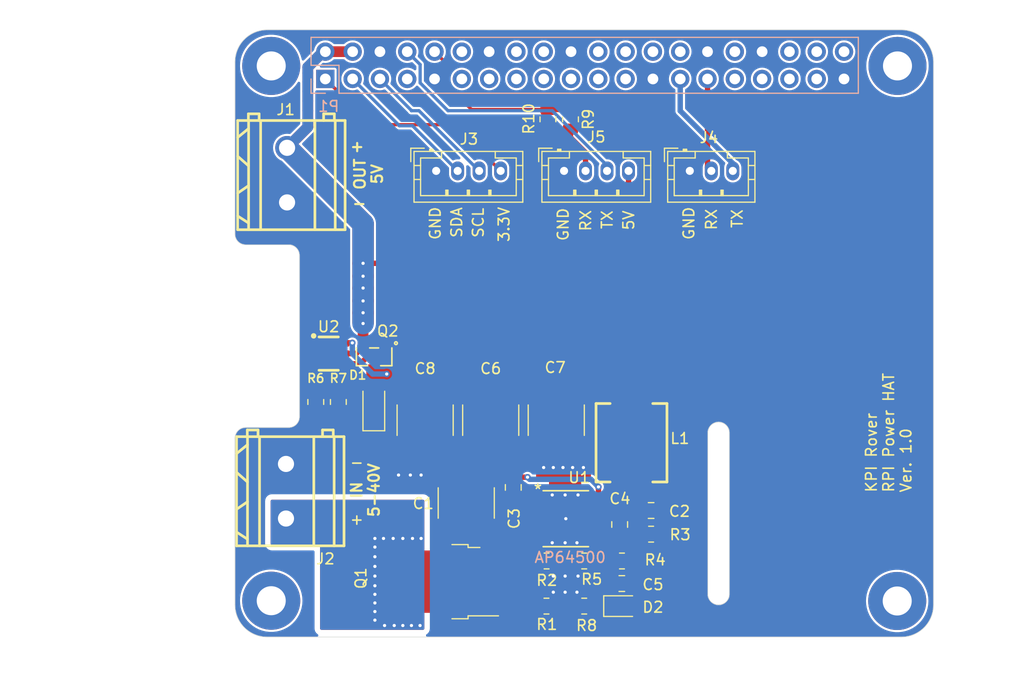
<source format=kicad_pcb>
(kicad_pcb (version 20240108) (generator "pcbnew") (generator_version "8.0")
  (layers (0 "F.Cu" signal) (31 "B.Cu" signal) (34 "B.Paste" user) (35 "F.Paste" user) (36 "B.SilkS" user "B.Silkscreen") (37 "F.SilkS" user "F.Silkscreen") (38 "B.Mask" user) (39 "F.Mask" user) (44 "Edge.Cuts" user))
  (net 0 "")
  (net 1 "GND")
  (net 2 "Net-(C2-Pad1)")
  (net 3 "Net-(Q1-S)")
  (net 4 "Net-(U1-BST)")
  (net 5 "Net-(U1-SW)")
  (net 6 "+5VD")
  (net 7 "Net-(U1-COMP)")
  (net 8 "Net-(U1-FB)")
  (net 9 "+5V")
  (net 10 "VCC")
  (net 11 "/GPIO2(I2C1_SDA)")
  (net 12 "/GPIO3(I2C1_SCL)")
  (net 13 "+3.3V")
  (net 14 "/GPIO5(UART1_RX)")
  (net 15 "/GPIO0(UART1_TX)")
  (net 16 "Net-(D2-K)")
  (net 17 "/GPIO14(UART0_TX)")
  (net 18 "/GPIO4(GPCLK0)")
  (net 19 "/GPIO15(UART0_RX)")
  (net 20 "/GPIO17")
  (net 21 "/GPIO18(PCM_CLK)")
  (net 22 "/GPIO27")
  (net 23 "/GPIO22")
  (net 24 "/GPIO23")
  (net 25 "/GPIO24")
  (net 26 "/GPIO10(SPI0_MOSI)")
  (net 27 "/GPIO9(SPI0_MISO)")
  (net 28 "/GPIO25(GEN6)")
  (net 29 "/GPIO11(SPI0_SCLK)")
  (net 30 "/GPIO8(SPI0_CE0)")
  (net 31 "/GPIO7(SPI0_CE1)")
  (net 32 "/GPIO1(EEPROM_SCL)")
  (net 33 "/GPIO6")
  (net 34 "/GPIO12(PWM0)")
  (net 35 "/GPIO13(PWM1)")
  (net 36 "/GPIO19(PCM_FS)")
  (net 37 "/GPIO16")
  (net 38 "/GPIO26")
  (net 39 "/GPIO20(PCM_DIN)")
  (net 40 "/GPIO21(PCM_DOUT)")
  (net 41 "Net-(J5-Pin_2)")
  (net 42 "Net-(Q1-G)")
  (net 43 "Net-(U2-C2)")
  (net 44 "Net-(U1-RT{slash}CLK)")
  (net 45 "Net-(U2-B1)")
  (footprint "Package_TO_SOT_SMD:TO-252-2" (layer "F.Cu") (at 155.9 107.22 180)
    (property "Reference" "Q1" (at 7.5 0.32 90) (layer "F.SilkS"))
    (property "Value" "SUD50P10-43L-TP")
    (pad "1" smd rect (at -4.2 -2.28 180) (size 2.2 1.2) (layers "F.Cu" "F.Paste" "F.Mask") (net 42 "Net-(Q1-G)"))
    (pad "2" smd rect (at 2.1 0 180) (size 6.4 5.8) (layers "F.Cu" "F.Mask") (net 10 "VCC"))
    (pad "3" smd rect (at -4.2 2.28 180) (size 2.2 1.2) (layers "F.Cu" "F.Paste" "F.Mask") (net 3 "Net-(Q1-S)"))
  )
  (footprint "Resistor_SMD:R_0805_2012Metric" (layer "F.Cu") (at 165.675 105.295)
    (property "Reference" "R2" (at 0.025 1.805 0) (layer "F.SilkS"))
    (property "Value" "200k")
    (pad "1" smd roundrect (at -0.9125 0) (size 1.025 1.4) (layers "F.Cu" "F.Paste" "F.Mask") (roundrect_rratio 0.243902) (net 44 "Net-(U1-RT{slash}CLK)"))
    (pad "2" smd roundrect (at 0.9125 0) (size 1.025 1.4) (layers "F.Cu" "F.Paste" "F.Mask") (roundrect_rratio 0.243902) (net 1 "GND"))
  )
  (footprint "Capacitor_SMD:C_0805_2012Metric" (layer "F.Cu") (at 172.675 107.395 180)
    (property "Reference" "C5" (at -2.9 -0.1 180) (layer "F.SilkS"))
    (property "Value" "47pF")
    (pad "1" smd roundrect (at -0.95 0 180) (size 1 1.45) (layers "F.Cu" "F.Paste" "F.Mask") (net 6 "+5VD"))
    (pad "2" smd roundrect (at 0.95 0 180) (size 1 1.45) (layers "F.Cu" "F.Paste" "F.Mask") (net 8 "Net-(U1-FB)"))
  )
  (footprint "DMMT5401easyeda:SOT-23-6_L2.9-W1.6-P0.95-LS2.8-BR" (layer "F.Cu") (at 145.4 86 180)
    (property "Reference" "U2" (at 0 2.5 180) (layer "F.SilkS"))
    (property "Value" "DMMT5401")
    (pad "1" smd rect (at 1.35 0.95 180) (size 1.1 0.6) (layers "F.Cu" "F.Paste" "F.Mask") (net 45 "Net-(U2-B1)"))
    (pad "2" smd rect (at 1.35 0 180) (size 1.1 0.6) (layers "F.Cu" "F.Paste" "F.Mask") (net 45 "Net-(U2-B1)"))
    (pad "3" smd rect (at 1.35 -0.95 180) (size 1.1 0.6) (layers "F.Cu" "F.Paste" "F.Mask") (net 45 "Net-(U2-B1)"))
    (pad "4" smd rect (at -1.35 -0.95 180) (size 1.1 0.6) (layers "F.Cu" "F.Paste" "F.Mask") (net 43 "Net-(U2-C2)"))
    (pad "5" smd rect (at -1.35 0 180) (size 1.1 0.6) (layers "F.Cu" "F.Paste" "F.Mask") (net 9 "+5V"))
    (pad "6" smd rect (at -1.35 0.95 180) (size 1.1 0.6) (layers "F.Cu" "F.Paste" "F.Mask") (net 6 "+5VD"))
  )
  (footprint "Resistor_SMD:R_0805_2012Metric" (layer "F.Cu") (at 144.2 90.5 90)
    (property "Reference" "R6" (at 2.2 0 180) (layer "F.SilkS") (effects (font (size 0.8128 0.8128) (thickness 0.1524) (bold yes))))
    (property "Value" "10k")
    (pad "1" smd roundrect (at -0.9125 0 90) (size 1.025 1.4) (layers "F.Cu" "F.Paste" "F.Mask") (roundrect_rratio 0.243902) (net 1 "GND"))
    (pad "2" smd roundrect (at 0.9125 0 90) (size 1.025 1.4) (layers "F.Cu" "F.Paste" "F.Mask") (roundrect_rratio 0.243902) (net 45 "Net-(U2-B1)"))
  )
  (footprint "ultralibDMG2305UX:DMG2305UX-7" (layer "F.Cu") (at 149.6285 86.3 180)
    (property "Reference" "Q2" (at -1.2715 2.4 180) (layer "F.SilkS"))
    (property "Value" "DMG2305UX" (hide yes))
    (pad "1" smd rect (at -1.024999 0.944999 180) (size 0.8128 0.889) (layers "F.Cu" "F.Paste" "F.Mask") (net 43 "Net-(U2-C2)"))
    (pad "2" smd rect (at 1.024999 0.944999 180) (size 0.8128 0.889) (layers "F.Cu" "F.Paste" "F.Mask") (net 9 "+5V"))
    (pad "3" smd rect (at 0 -0.945 180) (size 0.8128 0.889) (layers "F.Cu" "F.Paste" "F.Mask") (net 6 "+5VD"))
  )
  (footprint "Capacitor_SMD:C_2220_5750Metric" (layer "F.Cu") (at 154.375 92.195 -90)
    (property "Reference" "C8" (at -4.8 0 180) (layer "F.SilkS"))
    (property "Value" "22 uF")
    (pad "1" smd roundrect (at -2.55 0 270) (size 1.8 5.4) (layers "F.Cu" "F.Paste" "F.Mask") (roundrect_rratio 0.138889) (net 6 "+5VD"))
    (pad "2" smd roundrect (at 2.55 0 270) (size 1.8 5.4) (layers "F.Cu" "F.Paste" "F.Mask") (roundrect_rratio 0.138889) (net 1 "GND"))
  )
  (footprint "Connector_JST:JST_PH_B3B-PH-K_1x03_P2.00mm_Vertical" (layer "F.Cu") (at 179 69)
    (property "Reference" "J4" (at 1.778 -3.0988 180) (layer "F.SilkS"))
    (property "Value" "Conn_01x03_Male")
    (pad "1" thru_hole roundrect (at 0 0) (size 1.2 1.75) (drill 0.75) (layers "*.Cu" "*.Mask") (roundrect_rratio 0.208333) (net 1 "GND"))
    (pad "2" thru_hole oval (at 2 0) (size 1.2 1.75) (drill 0.75) (layers "*.Cu" "*.Mask") (net 14 "/GPIO5(UART1_RX)"))
    (pad "3" thru_hole oval (at 4 0) (size 1.2 1.75) (drill 0.75) (layers "*.Cu" "*.Mask") (net 15 "/GPIO0(UART1_TX)"))
  )
  (footprint "Capacitor_SMD:C_0805_2012Metric" (layer "F.Cu") (at 172.475 101.9 90)
    (property "Reference" "C4" (at 2.4 0.025 0) (layer "F.SilkS"))
    (property "Value" "39pF")
    (pad "1" smd roundrect (at -0.95 0 90) (size 1 1.45) (layers "F.Cu" "F.Paste" "F.Mask") (net 7 "Net-(U1-COMP)"))
    (pad "2" smd roundrect (at 0.95 0 90) (size 1 1.45) (layers "F.Cu" "F.Paste" "F.Mask") (net 1 "GND"))
  )
  (footprint "Capacitor_SMD:C_0805_2012Metric" (layer "F.Cu") (at 175.4 100.6 180)
    (property "Reference" "C2" (at -2.6416 -0.0762 0) (layer "F.SilkS"))
    (property "Value" "2.7nF")
    (pad "1" smd roundrect (at -0.95 0 180) (size 1 1.45) (layers "F.Cu" "F.Paste" "F.Mask") (net 2 "Net-(C2-Pad1)"))
    (pad "2" smd roundrect (at 0.95 0 180) (size 1 1.45) (layers "F.Cu" "F.Paste" "F.Mask") (net 1 "GND"))
  )
  (footprint "JL500-50802G01:CONN-TH_2P-P5.08_JL500-50002G01" (layer "F.Cu") (at 141.4272 98.806 90)
    (property "Reference" "J2" (at -6.294 3.6728 180) (layer "F.SilkS"))
    (property "Value" "Screw_Terminal_01x02")
    (pad "1" thru_hole circle (at -2.54 0 90) (size 2.2 2.2) (drill 1.500022) (layers "*.Cu" "*.Mask") (net 10 "VCC"))
    (pad "2" thru_hole circle (at 2.54 0 90) (size 2.2 2.2) (drill 1.500022) (layers "*.Cu" "*.Mask") (net 1 "GND"))
  )
  (footprint "MountingHole:MountingHole_2.7mm_M2.5_Pad" (layer "F.Cu") (at 140.0556 59.2328)
    (property "Reference" "MK2" (hide yes))
    (property "Value" "M2.5")
    (pad "1" thru_hole circle (at 0 0) (size 5.4 5.4) (drill 2.7) (layers "*.Cu" "*.Mask"))
  )
  (footprint "ultralibAP64500:AP64500SP-13" (layer "F.Cu") (at 167.464598 101.36)
    (property "Reference" "U1" (at 1.242 -3.8252 0) (layer "F.SilkS"))
    (property "Value" "AP64500" (at 0.4064 3.6068 0) (layer "B.SilkS"))
    (fp_text user "*" (at -2.6 -2.7 0) (layer "F.SilkS"))
    (pad "1" smd rect (at -2.689598 -1.905) (size 1.416799 0.558) (layers "F.Cu" "F.Paste" "F.Mask") (net 4 "Net-(U1-BST)"))
    (pad "2" smd rect (at -2.689598 -0.635) (size 1.416799 0.558) (layers "F.Cu" "F.Paste" "F.Mask") (net 3 "Net-(Q1-S)"))
    (pad "3" smd rect (at -2.689598 0.635) (size 1.416799 0.558) (layers "F.Cu" "F.Paste" "F.Mask") (net 3 "Net-(Q1-S)"))
    (pad "4" smd rect (at -2.689598 1.905) (size 1.416799 0.558) (layers "F.Cu" "F.Paste" "F.Mask") (net 44 "Net-(U1-RT{slash}CLK)"))
    (pad "5" smd rect (at 2.689598 1.905) (size 1.416799 0.558) (layers "F.Cu" "F.Paste" "F.Mask") (net 8 "Net-(U1-FB)"))
    (pad "6" smd rect (at 2.689598 0.635) (size 1.416799 0.558) (layers "F.Cu" "F.Paste" "F.Mask") (net 7 "Net-(U1-COMP)"))
    (pad "7" smd rect (at 2.689598 -0.635) (size 1.416799 0.558) (layers "F.Cu" "F.Paste" "F.Mask") (net 1 "GND"))
    (pad "8" smd rect (at 2.689598 -1.905) (size 1.416799 0.558) (layers "F.Cu" "F.Paste" "F.Mask") (net 5 "Net-(U1-SW)"))
    (pad "EPAD" smd rect (at 0 0) (size 2.7178 3.3528) (layers "F.Cu" "F.Paste" "F.Mask") (net 1 "GND"))
  )
  (footprint "Resistor_SMD:R_0805_2012Metric" (layer "F.Cu") (at 146.3 90.5 -90)
    (property "Reference" "R7" (at -2.2 0 180) (layer "F.SilkS") (effects (font (size 0.8128 0.8128) (thickness 0.1524) (bold yes))))
    (property "Value" "47k")
    (pad "1" smd roundrect (at -0.9125 0 270) (size 1.025 1.4) (layers "F.Cu" "F.Paste" "F.Mask") (roundrect_rratio 0.243902) (net 43 "Net-(U2-C2)"))
    (pad "2" smd roundrect (at 0.9125 0 270) (size 1.025 1.4) (layers "F.Cu" "F.Paste" "F.Mask") (roundrect_rratio 0.243902) (net 1 "GND"))
  )
  (footprint "Capacitor_SMD:C_0805_2012Metric" (layer "F.Cu") (at 162.575 98.45 90)
    (property "Reference" "C3" (at -2.9 0.075 -90) (layer "F.SilkS"))
    (property "Value" "100nF")
    (pad "1" smd roundrect (at -0.95 0 90) (size 1 1.45) (layers "F.Cu" "F.Paste" "F.Mask") (net 4 "Net-(U1-BST)"))
    (pad "2" smd roundrect (at 0.95 0 90) (size 1 1.45) (layers "F.Cu" "F.Paste" "F.Mask") (net 5 "Net-(U1-SW)"))
  )
  (footprint "Connector_JST:JST_PH_B4B-PH-K_1x04_P2.00mm_Vertical" (layer "F.Cu") (at 167.3 69)
    (property "Reference" "J5" (at 2.9972 -3.1496 180) (layer "F.SilkS"))
    (property "Value" "Conn_01x04_Male")
    (pad "1" thru_hole roundrect (at 0 0) (size 1.2 1.75) (drill 0.75) (layers "*.Cu" "*.Mask") (roundrect_rratio 0.208333) (net 1 "GND"))
    (pad "2" thru_hole oval (at 2 0) (size 1.2 1.75) (drill 0.75) (layers "*.Cu" "*.Mask") (net 41 "Net-(J5-Pin_2)"))
    (pad "3" thru_hole oval (at 4 0) (size 1.2 1.75) (drill 0.75) (layers "*.Cu" "*.Mask") (net 17 "/GPIO14(UART0_TX)"))
    (pad "4" thru_hole oval (at 6 0) (size 1.2 1.75) (drill 0.75) (layers "*.Cu" "*.Mask") (net 9 "+5V"))
  )
  (footprint "Connector_JST:JST_PH_B4B-PH-K_1x04_P2.00mm_Vertical" (layer "F.Cu") (at 155.4 69)
    (property "Reference" "J3" (at 3.0508 -2.9552 180) (layer "F.SilkS"))
    (property "Value" "Conn_01x04_Male")
    (pad "1" thru_hole roundrect (at 0 0) (size 1.2 1.75) (drill 0.75) (layers "*.Cu" "*.Mask") (roundrect_rratio 0.208333) (net 1 "GND"))
    (pad "2" thru_hole oval (at 2 0) (size 1.2 1.75) (drill 0.75) (layers "*.Cu" "*.Mask") (net 11 "/GPIO2(I2C1_SDA)"))
    (pad "3" thru_hole oval (at 4 0) (size 1.2 1.75) (drill 0.75) (layers "*.Cu" "*.Mask") (net 12 "/GPIO3(I2C1_SCL)"))
    (pad "4" thru_hole oval (at 6 0) (size 1.2 1.75) (drill 0.75) (layers "*.Cu" "*.Mask") (net 13 "+3.3V"))
  )
  (footprint "Resistor_SMD:R_0805_2012Metric" (layer "F.Cu") (at 165.8 64.2 -90)
    (property "Reference" "R10" (at -0.0508 1.778 90) (layer "F.SilkS"))
    (property "Value" "47k")
    (pad "1" smd roundrect (at -0.9125 0 270) (size 1.025 1.4) (layers "F.Cu" "F.Paste" "F.Mask") (roundrect_rratio 0.243902) (net 19 "/GPIO15(UART0_RX)"))
    (pad "2" smd roundrect (at 0.9125 0 270) (size 1.025 1.4) (layers "F.Cu" "F.Paste" "F.Mask") (roundrect_rratio 0.243902) (net 1 "GND"))
  )
  (footprint "LED_SMD:LED_0805_2012Metric" (layer "F.Cu") (at 172.675 109.495)
    (property "Reference" "D2" (at 2.9 0.1 0) (layer "F.SilkS"))
    (property "Value" "GREEN")
    (pad "1" smd roundrect (at -0.9375 0) (size 0.975 1.4) (layers "F.Cu" "F.Paste" "F.Mask") (net 16 "Net-(D2-K)"))
    (pad "2" smd roundrect (at 0.9375 0) (size 0.975 1.4) (layers "F.Cu" "F.Paste" "F.Mask") (net 6 "+5VD"))
  )
  (footprint "JL500-50802G01:CONN-TH_2P-P5.08_JL500-50002G01" (layer "F.Cu") (at 141.5288 69.3928 90)
    (property "Reference" "J1" (at 6.0928 -0.1288 180) (layer "F.SilkS"))
    (property "Value" "Screw_Terminal_01x02")
    (pad "1" thru_hole circle (at -2.54 0 90) (size 2.2 2.2) (drill 1.500022) (layers "*.Cu" "*.Mask") (net 1 "GND"))
    (pad "2" thru_hole circle (at 2.54 0 90) (size 2.2 2.2) (drill 1.500022) (layers "*.Cu" "*.Mask") (net 9 "+5V"))
  )
  (footprint "YSPI0724-4R7M:IND-SMD_L7.3-W6.6_YSPI07XX" (layer "F.Cu") (at 173.575 94.295 90)
    (property "Reference" "L1" (at 0.4 4.5 180) (layer "F.SilkS"))
    (property "Value" "4.7uH")
    (pad "1" smd rect (at -3 0 90) (size 2.5 3.5) (layers "F.Cu" "F.Paste" "F.Mask") (net 5 "Net-(U1-SW)"))
    (pad "2" smd rect (at 3 0 90) (size 2.5 3.5) (layers "F.Cu" "F.Paste" "F.Mask") (net 6 "+5VD"))
  )
  (footprint "Capacitor_SMD:C_2220_5750Metric" (layer "F.Cu") (at 158.2 99.9 90)
    (property "Reference" "C1" (at -0.05 -4 180) (layer "F.SilkS"))
    (property "Value" "10uF")
    (pad "1" smd roundrect (at -2.55 0 90) (size 1.8 5.4) (layers "F.Cu" "F.Paste" "F.Mask") (roundrect_rratio 0.138889) (net 3 "Net-(Q1-S)"))
    (pad "2" smd roundrect (at 2.55 0 90) (size 1.8 5.4) (layers "F.Cu" "F.Paste" "F.Mask") (roundrect_rratio 0.138889) (net 1 "GND"))
  )
  (footprint "Resistor_SMD:R_0805_2012Metric" (layer "F.Cu") (at 167.9 64.2 -90)
    (property "Reference" "R9" (at 0 -1.65 90) (layer "F.SilkS"))
    (property "Value" "10k")
    (pad "1" smd roundrect (at -0.9125 0 270) (size 1.025 1.4) (layers "F.Cu" "F.Paste" "F.Mask") (roundrect_rratio 0.243902) (net 19 "/GPIO15(UART0_RX)"))
    (pad "2" smd roundrect (at 0.9125 0 270) (size 1.025 1.4) (layers "F.Cu" "F.Paste" "F.Mask") (roundrect_rratio 0.243902) (net 41 "Net-(J5-Pin_2)"))
  )
  (footprint "Capacitor_SMD:C_2220_5750Metric" (layer "F.Cu") (at 160.475 92.195 -90)
    (property "Reference" "C6" (at -4.8 0 180) (layer "F.SilkS"))
    (property "Value" "22 uF")
    (pad "1" smd roundrect (at -2.55 0 270) (size 1.8 5.4) (layers "F.Cu" "F.Paste" "F.Mask") (roundrect_rratio 0.138889) (net 6 "+5VD"))
    (pad "2" smd roundrect (at 2.55 0 270) (size 1.8 5.4) (layers "F.Cu" "F.Paste" "F.Mask") (roundrect_rratio 0.138889) (net 1 "GND"))
  )
  (footprint "MountingHole:MountingHole_2.7mm_M2.5_Pad" (layer "F.Cu") (at 198.3232 59.2328)
    (property "Reference" "MK1" (hide yes))
    (property "Value" "M2.5")
    (pad "1" thru_hole circle (at 0 0) (size 5.4 5.4) (drill 2.7) (layers "*.Cu" "*.Mask"))
  )
  (footprint "Capacitor_SMD:C_2220_5750Metric" (layer "F.Cu") (at 166.575 92.195 -90)
    (property "Reference" "C7" (at -4.9 0.1 180) (layer "F.SilkS"))
    (property "Value" "22 uF")
    (pad "1" smd roundrect (at -2.55 0 270) (size 1.8 5.4) (layers "F.Cu" "F.Paste" "F.Mask") (roundrect_rratio 0.138889) (net 6 "+5VD"))
    (pad "2" smd roundrect (at 2.55 0 270) (size 1.8 5.4) (layers "F.Cu" "F.Paste" "F.Mask") (roundrect_rratio 0.138889) (net 1 "GND"))
  )
  (footprint "Resistor_SMD:R_0805_2012Metric" (layer "F.Cu") (at 165.6625 109.495)
    (property "Reference" "R1" (at 0.0375 1.705 0) (layer "F.SilkS"))
    (property "Value" "47k")
    (pad "1" smd roundrect (at -0.9125 0) (size 1.025 1.4) (layers "F.Cu" "F.Paste" "F.Mask") (roundrect_rratio 0.243902) (net 42 "Net-(Q1-G)"))
    (pad "2" smd roundrect (at 0.9125 0) (size 1.025 1.4) (layers "F.Cu" "F.Paste" "F.Mask") (roundrect_rratio 0.243902) (net 1 "GND"))
  )
  (footprint "MountingHole:MountingHole_2.7mm_M2.5_Pad" (layer "F.Cu") (at 198.2978 109.0168)
    (property "Reference" "MK4" (hide yes))
    (property "Value" "M2.5")
    (pad "1" thru_hole circle (at 0 0) (size 5.4 5.4) (drill 2.7) (layers "*.Cu" "*.Mask"))
  )
  (footprint "Resistor_SMD:R_0805_2012Metric" (layer "F.Cu") (at 169.175 109.495 180)
    (property "Reference" "R8" (at -0.225 -1.805 0) (layer "F.SilkS"))
    (property "Value" "150ohm")
    (pad "1" smd roundrect (at -0.9125 0 180) (size 1.025 1.4) (layers "F.Cu" "F.Paste" "F.Mask") (roundrect_rratio 0.243902) (net 16 "Net-(D2-K)"))
    (pad "2" smd roundrect (at 0.9125 0 180) (size 1.025 1.4) (layers "F.Cu" "F.Paste" "F.Mask") (roundrect_rratio 0.243902) (net 1 "GND"))
  )
  (footprint "Diode_SMD:D_SMF" (layer "F.Cu") (at 149.6 90.9 90)
    (property "Reference" "D1" (at 2.9 -1.5 180) (layer "F.SilkS") (effects (font (size 0.8128 0.8128) (thickness 0.1524) (bold yes))))
    (property "Value" "SMF5V0A")
    (pad "1" smd rect (at -1.45 0 90) (size 1.3 1.4) (layers "F.Cu" "F.Paste" "F.Mask") (net 1 "GND"))
    (pad "2" smd rect (at 1.45 0 90) (size 1.3 1.4) (layers "F.Cu" "F.Paste" "F.Mask") (net 6 "+5VD"))
  )
  (footprint "Resistor_SMD:R_0805_2012Metric" (layer "F.Cu") (at 175.4 102.8)
    (property "Reference" "R3" (at 2.7 0.0508 180) (layer "F.SilkS"))
    (property "Value" "16k")
    (pad "1" smd roundrect (at -0.9125 0) (size 1.025 1.4) (layers "F.Cu" "F.Paste" "F.Mask") (roundrect_rratio 0.243902) (net 7 "Net-(U1-COMP)"))
    (pad "2" smd roundrect (at 0.9125 0) (size 1.025 1.4) (layers "F.Cu" "F.Paste" "F.Mask") (roundrect_rratio 0.243902) (net 2 "Net-(C2-Pad1)"))
  )
  (footprint "Resistor_SMD:R_0805_2012Metric" (layer "F.Cu") (at 169.175 105.295 180)
    (property "Reference" "R5" (at -0.7 -1.7 180) (layer "F.SilkS"))
    (property "Value" "22.1k")
    (pad "1" smd roundrect (at -0.9125 0 180) (size 1.025 1.4) (layers "F.Cu" "F.Paste" "F.Mask") (roundrect_rratio 0.243902) (net 8 "Net-(U1-FB)"))
    (pad "2" smd roundrect (at 0.9125 0 180) (size 1.025 1.4) (layers "F.Cu" "F.Paste" "F.Mask") (roundrect_rratio 0.243902) (net 1 "GND"))
  )
  (footprint "MountingHole:MountingHole_2.7mm_M2.5_Pad" (layer "F.Cu") (at 140.0556 108.9914)
    (property "Reference" "MK3" (hide yes))
    (property "Value" "M2.5")
    (pad "1" thru_hole circle (at 0 0) (size 5.4 5.4) (drill 2.7) (layers "*.Cu" "*.Mask"))
  )
  (footprint "Resistor_SMD:R_0805_2012Metric" (layer "F.Cu") (at 172.6875 105.295 180)
    (property "Reference" "R4" (at -3.0875 0.1 0) (layer "F.SilkS"))
    (property "Value" "120k")
    (pad "1" smd roundrect (at -0.9125 0 180) (size 1.025 1.4) (layers "F.Cu" "F.Paste" "F.Mask") (roundrect_rratio 0.243902) (net 6 "+5VD"))
    (pad "2" smd roundrect (at 0.9125 0 180) (size 1.025 1.4) (layers "F.Cu" "F.Paste" "F.Mask") (roundrect_rratio 0.243902) (net 8 "Net-(U1-FB)"))
  )
  (footprint "Connector_PinSocket_2.54mm:PinSocket_2x20_P2.54mm_Vertical" (layer "B.Cu") (at 145.0894 60.4466 -90)
    (property "Reference" "P1" (at 2.5534 -0.3106 0) (layer "B.SilkS") (effects (justify mirror)))
    (property "Value" "Conn_02x20_Odd_Even" (hide yes))
    (pad "1" thru_hole rect (at 0 0 270) (size 1.7 1.7) (drill 1) (layers "*.Cu" "*.Mask") (net 13 "+3.3V"))
    (pad "2" thru_hole oval (at -2.54 0 270) (size 1.7 1.7) (drill 1) (layers "*.Cu" "*.Mask") (net 9 "+5V"))
    (pad "3" thru_hole oval (at 0 -2.54 270) (size 1.7 1.7) (drill 1) (layers "*.Cu" "*.Mask") (net 11 "/GPIO2(I2C1_SDA)"))
    (pad "4" thru_hole oval (at -2.54 -2.54 270) (size 1.7 1.7) (drill 1) (layers "*.Cu" "*.Mask") (net 9 "+5V"))
    (pad "5" thru_hole oval (at 0 -5.08 270) (size 1.7 1.7) (drill 1) (layers "*.Cu" "*.Mask") (net 12 "/GPIO3(I2C1_SCL)"))
    (pad "6" thru_hole oval (at -2.54 -5.08 270) (size 1.7 1.7) (drill 1) (layers "*.Cu" "*.Mask") (net 1 "GND"))
    (pad "7" thru_hole oval (at 0 -7.62 270) (size 1.7 1.7) (drill 1) (layers "*.Cu" "*.Mask") (net 18 "/GPIO4(GPCLK0)"))
    (pad "8" thru_hole oval (at -2.54 -7.62 270) (size 1.7 1.7) (drill 1) (layers "*.Cu" "*.Mask") (net 17 "/GPIO14(UART0_TX)"))
    (pad "9" thru_hole oval (at 0 -10.16 270) (size 1.7 1.7) (drill 1) (layers "*.Cu" "*.Mask") (net 1 "GND"))
    (pad "10" thru_hole oval (at -2.54 -10.16 270) (size 1.7 1.7) (drill 1) (layers "*.Cu" "*.Mask") (net 19 "/GPIO15(UART0_RX)"))
    (pad "11" thru_hole oval (at 0 -12.7 270) (size 1.7 1.7) (drill 1) (layers "*.Cu" "*.Mask") (net 20 "/GPIO17"))
    (pad "12" thru_hole oval (at -2.54 -12.7 270) (size 1.7 1.7) (drill 1) (layers "*.Cu" "*.Mask") (net 21 "/GPIO18(PCM_CLK)"))
    (pad "13" thru_hole oval (at 0 -15.24 270) (size 1.7 1.7) (drill 1) (layers "*.Cu" "*.Mask") (net 22 "/GPIO27"))
    (pad "14" thru_hole oval (at -2.54 -15.24 270) (size 1.7 1.7) (drill 1) (layers "*.Cu" "*.Mask") (net 1 "GND"))
    (pad "15" thru_hole oval (at 0 -17.78 270) (size 1.7 1.7) (drill 1) (layers "*.Cu" "*.Mask") (net 23 "/GPIO22"))
    (pad "16" thru_hole oval (at -2.54 -17.78 270) (size 1.7 1.7) (drill 1) (layers "*.Cu" "*.Mask") (net 24 "/GPIO23"))
    (pad "17" thru_hole oval (at 0 -20.32 270) (size 1.7 1.7) (drill 1) (layers "*.Cu" "*.Mask") (net 13 "+3.3V"))
    (pad "18" thru_hole oval (at -2.54 -20.32 270) (size 1.7 1.7) (drill 1) (layers "*.Cu" "*.Mask") (net 25 "/GPIO24"))
    (pad "19" thru_hole oval (at 0 -22.86 270) (size 1.7 1.7) (drill 1) (layers "*.Cu" "*.Mask") (net 26 "/GPIO10(SPI0_MOSI)"))
    (pad "20" thru_hole oval (at -2.54 -22.86 270) (size 1.7 1.7) (drill 1) (layers "*.Cu" "*.Mask") (net 1 "GND"))
    (pad "21" thru_hole oval (at 0 -25.4 270) (size 1.7 1.7) (drill 1) (layers "*.Cu" "*.Mask") (net 27 "/GPIO9(SPI0_MISO)"))
    (pad "22" thru_hole oval (at -2.54 -25.4 270) (size 1.7 1.7) (drill 1) (layers "*.Cu" "*.Mask") (net 28 "/GPIO25(GEN6)"))
    (pad "23" thru_hole oval (at 0 -27.94 270) (size 1.7 1.7) (drill 1) (layers "*.Cu" "*.Mask") (net 29 "/GPIO11(SPI0_SCLK)"))
    (pad "24" thru_hole oval (at -2.54 -27.94 270) (size 1.7 1.7) (drill 1) (layers "*.Cu" "*.Mask") (net 30 "/GPIO8(SPI0_CE0)"))
    (pad "25" thru_hole oval (at 0 -30.48 270) (size 1.7 1.7) (drill 1) (layers "*.Cu" "*.Mask") (net 1 "GND"))
    (pad "26" thru_hole oval (at -2.54 -30.48 270) (size 1.7 1.7) (drill 1) (layers "*.Cu" "*.Mask") (net 31 "/GPIO7(SPI0_CE1)"))
    (pad "27" thru_hole oval (at 0 -33.02 270) (size 1.7 1.7) (drill 1) (layers "*.Cu" "*.Mask") (net 15 "/GPIO0(UART1_TX)"))
    (pad "28" thru_hole oval (at -2.54 -33.02 270) (size 1.7 1.7) (drill 1) (layers "*.Cu" "*.Mask") (net 32 "/GPIO1(EEPROM_SCL)"))
    (pad "29" thru_hole oval (at 0 -35.56 270) (size 1.7 1.7) (drill 1) (layers "*.Cu" "*.Mask") (net 14 "/GPIO5(UART1_RX)"))
    (pad "30" thru_hole oval (at -2.54 -35.56 270) (size 1.7 1.7) (drill 1) (layers "*.Cu" "*.Mask") (net 1 "GND"))
    (pad "31" thru_hole oval (at 0 -38.1 270) (size 1.7 1.7) (drill 1) (layers "*.Cu" "*.Mask") (net 33 "/GPIO6"))
    (pad "32" thru_hole oval (at -2.54 -38.1 270) (size 1.7 1.7) (drill 1) (layers "*.Cu" "*.Mask") (net 34 "/GPIO12(PWM0)"))
    (pad "33" thru_hole oval (at 0 -40.64 270) (size 1.7 1.7) (drill 1) (layers "*.Cu" "*.Mask") (net 35 "/GPIO13(PWM1)"))
    (pad "34" thru_hole oval (at -2.54 -40.64 270) (size 1.7 1.7) (drill 1) (layers "*.Cu" "*.Mask") (net 1 "GND"))
    (pad "35" thru_hole oval (at 0 -43.18 270) (size 1.7 1.7) (drill 1) (layers "*.Cu" "*.Mask") (net 36 "/GPIO19(PCM_FS)"))
    (pad "36" thru_hole oval (at -2.54 -43.18 270) (size 1.7 1.7) (drill 1) (layers "*.Cu" "*.Mask") (net 37 "/GPIO16"))
    (pad "37" thru_hole oval (at 0 -45.72 270) (size 1.7 1.7) (drill 1) (layers "*.Cu" "*.Mask") (net 38 "/GPIO26"))
    (pad "38" thru_hole oval (at -2.54 -45.72 270) (size 1.7 1.7) (drill 1) (layers "*.Cu" "*.Mask") (net 39 "/GPIO20(PCM_DIN)"))
    (pad "39" thru_hole oval (at 0 -48.26 270) (size 1.7 1.7) (drill 1) (layers "*.Cu" "*.Mask") (net 1 "GND"))
    (pad "40" thru_hole oval (at -2.54 -48.26 270) (size 1.7 1.7) (drill 1) (layers "*.Cu" "*.Mask") (net 40 "/GPIO21(PCM_DOUT)"))
  )
  (gr_line (start 140.6788 112.3724) (end 198.6788 112.3724) (stroke (width 0.05)) (layer "Edge.Cuts"))
  (gr_arc (start 201.6788 109.3724) (mid 200.80012 111.49372) (end 198.6788 112.3724) (stroke (width 0.05)) (layer "Edge.Cuts"))
  (gr_line (start 142.6788 91.8724) (end 142.6788 76.8724) (stroke (width 0.05)) (layer "Edge.Cuts"))
  (gr_line (start 136.6788 109.3724) (end 136.6788 93.8724) (stroke (width 0.05)) (layer "Edge.Cuts"))
  (gr_arc (start 142.6788 91.8724) (mid 142.385907 92.579507) (end 141.6788 92.8724) (stroke (width 0.05)) (layer "Edge.Cuts"))
  (gr_arc (start 137.6788 75.8724) (mid 136.971693 75.579507) (end 136.6788 74.8724) (stroke (width 0.05)) (layer "Edge.Cuts"))
  (gr_line (start 137.6788 75.8724) (end 141.6788 75.8724) (stroke (width 0.05)) (layer "Edge.Cuts"))
  (gr_line (start 136.6788 74.8724) (end 136.6788 58.8724) (stroke (width 0.05)) (layer "Edge.Cuts"))
  (gr_line (start 182.6788 108.3724) (end 182.6788 93.3724) (stroke (width 0.05)) (layer "Edge.Cuts"))
  (gr_line (start 201.6788 109.3724) (end 201.6788 58.8724) (stroke (width 0.05)) (layer "Edge.Cuts"))
  (gr_arc (start 141.6788 75.8724) (mid 142.385907 76.165293) (end 142.6788 76.8724) (stroke (width 0.05)) (layer "Edge.Cuts"))
  (gr_line (start 137.6788 92.8724) (end 141.6788 92.8724) (stroke (width 0.05)) (layer "Edge.Cuts"))
  (gr_arc (start 139.6788 112.3724) (mid 137.55748 111.49372) (end 136.6788 109.3724) (stroke (width 0.05)) (layer "Edge.Cuts"))
  (gr_line (start 180.6788 108.3724) (end 180.6788 93.3724) (stroke (width 0.05)) (layer "Edge.Cuts"))
  (gr_line (start 140.6788 55.8724) (end 198.6788 55.8724) (stroke (width 0.05)) (layer "Edge.Cuts"))
  (gr_arc (start 136.6788 58.8724) (mid 137.55748 56.75108) (end 139.6788 55.8724) (stroke (width 0.05)) (layer "Edge.Cuts"))
  (gr_arc (start 182.6788 108.3724) (mid 181.6788 109.3724) (end 180.6788 108.3724) (stroke (width 0.05)) (layer "Edge.Cuts"))
  (gr_arc (start 198.6788 55.8724) (mid 200.80012 56.75108) (end 201.6788 58.8724) (stroke (width 0.05)) (layer "Edge.Cuts"))
  (gr_line (start 139.6788 112.3724) (end 140.6788 112.3724) (stroke (width 0.05)) (layer "Edge.Cuts"))
  (gr_line (start 139.6788 55.8724) (end 140.6788 55.8724) (stroke (width 0.05)) (layer "Edge.Cuts"))
  (gr_arc (start 136.6788 93.8724) (mid 136.971693 93.165293) (end 137.6788 92.8724) (stroke (width 0.05)) (layer "Edge.Cuts"))
  (gr_arc (start 180.6788 93.3724) (mid 181.6788 92.3724) (end 182.6788 93.3724) (stroke (width 0.05)) (layer "Edge.Cuts"))
  (gr_text "KPI Rover\nRPI Power HAT\nVer. 1.0" (at 199.7 99 90) (layer "F.SilkS") (effects (font (size 1 1)) (justify left bottom)))
  (gr_text "TX" (at 171.9 74.5 90) (layer "F.SilkS") (effects (font (size 1 1)) (justify left bottom)))
  (gr_text "+" (at 147.3 102 0) (layer "F.SilkS") (effects (font (size 1 1)) (justify left bottom)))
  (gr_text "OUT\n5V" (at 150.5 69.3 90) (layer "F.SilkS") (effects (font (size 1 1) (thickness 0.2) (bold yes)) (justify bottom)))
  (gr_text "GND" (at 167.8 75.6 90) (layer "F.SilkS") (effects (font (size 1 1)) (justify left bottom)))
  (gr_text "GND" (at 179.5 75.5 90) (layer "F.SilkS") (effects (font (size 1 1)) (justify left bottom)))
  (gr_text "5V" (at 173.9 74.6 90) (layer "F.SilkS") (effects (font (size 1 1)) (justify left bottom)))
  (gr_text "+" (at 147.3 67.3 0) (layer "F.SilkS") (effects (font (size 1 1) (thickness 0.2) (bold yes)) (justify left bottom)))
  (gr_text "RX" (at 169.9 74.7 90) (layer "F.SilkS") (effects (font (size 1 1)) (justify left bottom)))
  (gr_text "-" (at 147.5 72.6 0) (layer "F.SilkS") (effects (font (size 1 1) (thickness 0.2) (bold yes)) (justify left bottom)))
  (gr_text "GND" (at 155.9 75.5 90) (layer "F.SilkS") (effects (font (size 1 1)) (justify left bottom)))
  (gr_text "-" (at 147.3 96.7 0) (layer "F.SilkS") (effects (font (size 1 1)) (justify left bottom)))
  (gr_text "SDA" (at 157.9 75.3 90) (layer "F.SilkS") (effects (font (size 1 1)) (justify left bottom)))
  (gr_text "TX" (at 184 74.4 90) (layer "F.SilkS") (effects (font (size 1 1)) (justify left bottom)))
  (gr_text "3.3V" (at 162.3 75.7 90) (layer "F.SilkS") (effects (font (size 1 1)) (justify left bottom)))
  (gr_text "RX" (at 181.6 74.6 90) (layer "F.SilkS") (effects (font (size 1 1)) (justify left bottom)))
  (gr_text "SCL" (at 159.9 75.3 90) (layer "F.SilkS") (effects (font (size 1 1)) (justify left bottom)))
  (gr_text "IN\n5-40V" (at 150.2 98.7 90) (layer "F.SilkS") (effects (font (size 1 1) (thickness 0.2) (bold yes)) (justify bottom)))
  (segment (start 165.8 66.1) (end 165.8 65.1125) (width 0.5) (layer "F.Cu") (net 1))
  (segment (start 172.25 100.725) (end 172.475 100.95) (width 1) (layer "F.Cu") (net 1))
  (segment (start 174.1 100.95) (end 174.45 100.6) (width 1) (layer "F.Cu") (net 1))
  (segment (start 150.7236 57.668) (end 150.144 58.2476) (width 0.25) (layer "F.Cu") (net 1))
  (segment (start 167.3 67.6) (end 165.8 66.1) (width 0.5) (layer "F.Cu") (net 1))
  (segment (start 172.475 100.95) (end 174.1 100.95) (width 1) (layer "F.Cu") (net 1))
  (segment (start 170.154196 100.725) (end 172.25 100.725) (width 1) (layer "F.Cu") (net 1))
  (segment (start 167.3 69) (end 167.3 67.6) (width 0.5) (layer "F.Cu") (net 1))
  (via (at 166.2 99.15) (size 0.6) (drill 0.3) (layers "F.Cu" "B.Cu") (net 1))
  (via (at 168.5 108.2) (size 0.6) (drill 0.3) (layers "F.Cu" "B.Cu") (net 1))
  (via (at 165.4 96.6) (size 0.6) (drill 0.3) (layers "F.Cu" "B.Cu") (net 1))
  (via (at 166.2 103.6) (size 0.6) (drill 0.3) (layers "F.Cu" "B.Cu") (net 1))
  (via (at 167.4 108.2) (size 0.6) (drill 0.3) (layers "F.Cu" "B.Cu") (net 1))
  (via (at 168.6 106.7) (size 0.6) (drill 0.3) (layers "F.Cu" "B.Cu") (net 1))
  (via (at 167.4 103.6) (size 0.6) (drill 0.3) (layers "F.Cu" "B.Cu") (net 1))
  (via (at 167.4 99.15) (size 0.6) (drill 0.3) (layers "F.Cu" "B.Cu") (net 1))
  (via (at 167.464598 101.36) (size 0.6) (drill 0.3) (layers "F.Cu" "B.Cu") (net 1))
  (via (at 166.3 96.6) (size 0.6) (drill 0.3) (layers "F.Cu" "B.Cu") (net 1))
  (via (at 153 97.3) (size 0.6) (drill 0.3) (layers "F.Cu" "B.Cu") (net 1))
  (via (at 168.1 96.6) (size 0.6) (drill 0.3) (layers "F.Cu" "B.Cu") (net 1))
  (via (at 168.5 103.6) (size 0.6) (drill 0.3) (layers "F.Cu" "B.Cu") (net 1))
  (via (at 168.6 99.15) (size 0.6) (drill 0.3) (layers "F.Cu" "B.Cu") (net 1))
  (via (at 166.3 108.2) (size 0.6) (drill 0.3) (layers "F.Cu" "B.Cu") (net 1))
  (via (at 167.2 96.6) (size 0.6) (drill 0.3) (layers "F.Cu" "B.Cu") (net 1))
  (via (at 169.1 96.6) (size 0.6) (drill 0.3) (layers "F.Cu" "B.Cu") (net 1))
  (via (at 154 97.3) (size 0.6) (drill 0.3) (layers "F.Cu" "B.Cu") (net 1))
  (via (at 166.3 106.7) (size 0.6) (drill 0.3) (layers "F.Cu" "B.Cu") (net 1))
  (via (at 167.4 106.7) (size 0.6) (drill 0.3) (layers "F.Cu" "B.Cu") (net 1))
  (via (at 151.9 97.3) (size 0.6) (drill 0.3) (layers "F.Cu" "B.Cu") (net 1))
  (segment (start 176.35 102.7625) (end 176.3125 102.8) (width 1) (layer "F.Cu") (net 2))
  (segment (start 176.35 100.6) (end 176.35 102.7625) (width 1) (layer "F.Cu") (net 2))
  (segment (start 164.775 99.455) (end 162.63 99.455) (width 1) (layer "F.Cu") (net 4))
  (segment (start 162.63 99.455) (end 162.575 99.4) (width 1) (layer "F.Cu") (net 4))
  (segment (start 170.5 99.109196) (end 170.154196 99.455) (width 0.5) (layer "F.Cu") (net 5))
  (segment (start 170.5 98.4) (end 170.5 99.109196) (width 0.5) (layer "F.Cu") (net 5))
  (segment (start 171.415 99.455) (end 173.575 97.295) (width 1) (layer "F.Cu") (net 5))
  (segment (start 170.154196 99.455) (end 171.415 99.455) (width 1) (layer "F.Cu") (net 5))
  (segment (start 162.575 97.5) (end 163.9 97.5) (width 0.5) (layer "F.Cu") (net 5))
  (via (at 163.9 97.5) (size 0.6) (drill 0.3) (layers "F.Cu" "B.Cu") (net 5))
  (via (at 170.5 98.4) (size 0.6) (drill 0.3) (layers "F.Cu" "B.Cu") (net 5))
  (segment (start 169.8 97.7) (end 170.5 98.4) (width 0.5) (layer "B.Cu") (net 5))
  (segment (start 163.9 97.5) (end 164.1 97.7) (width 0.5) (layer "B.Cu") (net 5))
  (segment (start 164.1 97.7) (end 169.8 97.7) (width 0.5) (layer "B.Cu") (net 5))
  (segment (start 173.6 105.295) (end 176.995 105.295) (width 1) (layer "F.Cu") (net 6))
  (segment (start 178.9 93.8) (end 176.395 91.295) (width 1) (layer "F.Cu") (net 6))
  (segment (start 173.575 91.295) (end 173.575 91.375) (width 1) (layer "F.Cu") (net 6))
  (segment (start 178.9 104.1) (end 178.9 93.8) (width 1) (layer "F.Cu") (net 6))
  (segment (start 173.6125 109.495) (end 173.6125 105.3075) (width 1) (layer "F.Cu") (net 6))
  (segment (start 173.6125 105.3075) (end 173.6 105.295) (width 1) (layer "F.Cu") (net 6))
  (segment (start 177.7 105.3) (end 178.9 104.1) (width 1) (layer "F.Cu") (net 6))
  (segment (start 147.6 85) (end 146.8 85) (width 0.5) (layer "F.Cu") (net 6))
  (segment (start 176.995 105.295) (end 177 105.3) (width 1) (layer "F.Cu") (net 6))
  (segment (start 177 105.3) (end 177.7 105.3) (width 1) (layer "F.Cu") (net 6))
  (segment (start 176.395 91.295) (end 173.575 91.295) (width 1) (layer "F.Cu") (net 6))
  (segment (start 146.8 85) (end 146.75 85.05) (width 0.5) (layer "F.Cu") (net 6))
  (via (at 147.6 85) (size 0.6) (drill 0.3) (layers "F.Cu" "B.Cu") (net 6))
  (via (at 150.8 87.9) (size 0.6) (drill 0.3) (layers "F.Cu" "B.Cu") (net 6))
  (segment (start 147.6 86) (end 147.6 85) (width 0.5) (layer "B.Cu") (net 6))
  (segment (start 149.5 87.9) (end 147.6 86) (width 0.5) (layer "B.Cu") (net 6))
  (segment (start 150.8 87.9) (end 149.5 87.9) (width 0.5) (layer "B.Cu") (net 6))
  (segment (start 170.895 101.995) (end 171.75 102.85) (width 1) (layer "F.Cu") (net 7))
  (segment (start 172.525 102.8) (end 172.475 102.85) (width 1) (layer "F.Cu") (net 7))
  (segment (start 170.154196 101.995) (end 170.895 101.995) (width 1) (layer "F.Cu") (net 7))
  (segment (start 171.75 102.85) (end 172.475 102.85) (width 1) (layer "F.Cu") (net 7))
  (segment (start 174.4875 102.8) (end 172.525 102.8) (width 1) (layer "F.Cu") (net 7))
  (segment (start 170.154196 103.265) (end 170.154196 105.228304) (width 1) (layer "F.Cu") (net 8))
  (segment (start 171.775 107.345) (end 171.725 107.395) (width 1) (layer "F.Cu") (net 8))
  (segment (start 170.0875 105.295) (end 171.775 105.295) (width 1) (layer "F.Cu") (net 8))
  (segment (start 171.775 105.295) (end 171.775 107.345) (width 1) (layer "F.Cu") (net 8))
  (segment (start 170.154196 105.228304) (end 170.0875 105.295) (width 1) (layer "F.Cu") (net 8))
  (segment (start 148.6 79.9) (end 148.6 81.1) (width 2) (layer "F.Cu") (net 9))
  (segment (start 148.6 78.8) (end 148.6 79.9) (width 2) (layer "F.Cu") (net 9))
  (segment (start 141.5288 66.8528) (end 142.4408 65.9408) (width 1) (layer "F.Cu") (net 9))
  (segment (start 145.0894 57.9066) (end 144.8934 57.9066) (width 1) (layer "F.Cu") (net 9))
  (segment (start 142.4408 65.9408) (end 143.3908 64.9908) (width 1) (layer "F.Cu") (net 9))
  (segment (start 145.0894 57.9066) (end 147.6294 57.9066) (width 1) (layer "F.Cu") (net 9))
  (segment (start 173.3 69) (end 173.3 72.8) (width 0.5) (layer "F.Cu") (net 9))
  (segment (start 148.6 83.1) (end 148.6 83.2) (width 1) (layer "F.Cu") (net 9))
  (segment (start 168.5 77.6) (end 148.6 77.6) (width 0.5) (layer "F.Cu") (net 9))
  (segment (start 173.3 72.8) (end 168.5 77.6) (width 0.5) (layer "F.Cu") (net 9))
  (segment (start 148.6 82.2) (end 148.6 83.1) (width 2) (layer "F.Cu") (net 9))
  (segment (start 147.958502 86) (end 148.603501 85.355001) (width 0.5) (layer "F.Cu") (net 9))
  (segment (start 148.6 81.1) (end 148.6 82.2) (width 2) (layer "F.Cu") (net 9))
  (segment (start 148.6 73.924) (end 148.6 77.6) (width 2) (layer "F.Cu") (net 9))
  (segment (start 143.4556 64.926) (end 142.4408 65.9408) (width 1) (layer "F.Cu") (net 9))
  (segment (start 141.5288 66.8528) (end 148.6 73.924) (width 2) (layer "F.Cu") (net 9))
  (segment (start 148.6 77.6) (end 148.6 78.8) (width 2) (layer "F.Cu") (net 9))
  (segment (start 144.8934 57.9066) (end 143.4556 59.3444) (width 1) (layer "F.Cu") (net 9))
  (segment (start 146.75 86) (end 147.958502 86) (width 0.5) (layer "F.Cu") (net 9))
  (segment (start 148.6 85.3515) (end 148.603501 85.355001) (width 1) (layer "F.Cu") (net 9))
  (segment (start 143.4556 59.3444) (end 143.4556 64.926) (width 1) (layer "F.Cu") (net 9))
  (segment (start 148.6 83.2) (end 148.6 85.3515) (width 1) (layer "F.Cu") (net 9))
  (via (at 148.6 77.6) (size 0.6) (drill 0.3) (layers "F.Cu" "B.Cu") (net 9))
  (via (at 148.6 83.2) (size 0.6) (drill 0.3) (layers "F.Cu" "B.Cu") (net 9))
  (via (at 148.6 81.1) (size 0.6) (drill 0.3) (layers "F.Cu" "B.Cu") (net 9))
  (via (at 148.6 79.9) (size 0.6) (drill 0.3) (layers "F.Cu" "B.Cu") (net 9))
  (via (at 148.6 82.2) (size 0.6) (drill 0.3) (layers "F.Cu" "B.Cu") (net 9))
  (via (at 148.6 78.8) (size 0.6) (drill 0.3) (layers "F.Cu" "B.Cu") (net 9))
  (segment (start 143.4556 59.3444) (end 143.75 59.05) (width 1) (layer "B.Cu") (net 9))
  (segment (start 143.4556 64.2) (end 143.4556 63.4) (width 1) (layer "B.Cu") (net 9))
  (segment (start 143.4556 62.5) (end 143.4556 61.6) (width 1) (layer "B.Cu") (net 9))
  (segment (start 143.75 59.05) (end 144.8934 57.9066) (width 1) (layer "B.Cu") (net 9))
  (segment (start 148.6 73.924) (end 148.6 83.2) (width 2) (layer "B.Cu") (net 9))
  (segment (start 142.8908 65.4908) (end 143.3908 64.9908) (width 1) (layer "B.Cu") (net 9))
  (segment (start 144.8934 57.9066) (end 145.0894 57.9066) (width 1) (layer "B.Cu") (net 9))
  (segment (start 141.5288 66.8528) (end 148.6 73.924) (width 2) (layer "B.Cu") (net 9))
  (segment (start 143.4556 63.4) (end 143.4556 62.5) (width 1) (layer "B.Cu") (net 9))
  (segment (start 143.4556 60.7) (end 143.4556 59.9) (width 1) (layer "B.Cu") (net 9))
  (segment (start 143.4556 59.9) (end 143.4556 59.3444) (width 1) (layer "B.Cu") (net 9))
  (segment (start 141.5288 66.8528) (end 142.8908 65.4908) (width 1) (layer "B.Cu") (net 9))
  (segment (start 143.4556 61.6) (end 143.4556 60.7) (width 1) (layer "B.Cu") (net 9))
  (segment (start 143.4556 64.926) (end 143.4556 64.2) (width 1) (layer "B.Cu") (net 9))
  (segment (start 143.3908 64.9908) (end 143.4556 64.926) (width 1) (layer "B.Cu") (net 9))
  (via (at 149.7 104) (size 0.6) (drill 0.3) (layers "F.Cu" "B.Cu") (net 10))
  (via (at 149.7 103.2) (size 0.6) (drill 0.3) (layers "F.Cu" "B.Cu") (net 10))
  (via (at 149.7 107.6) (size 0.6) (drill 0.3) (layers "F.Cu" "B.Cu") (net 10))
  (via (at 151.4 103.2) (size 0.6) (drill 0.3) (layers "F.Cu" "B.Cu") (net 10))
  (via (at 149.7 106.7) (size 0.6) (drill 0.3) (layers "F.Cu" "B.Cu") (net 10))
  (via (at 153.9 111.3) (size 0.6) (drill 0.3) (layers "F.Cu" "B.Cu") (net 10))
  (via (at 151.5 111.3) (size 0.6) (drill 0.3) (layers "F.Cu" "B.Cu") (net 10))
  (via (at 149.7 110) (size 0.6) (drill 0.3) (layers "F.Cu" "B.Cu") (net 10))
  (via (at 153.2 103.2) (size 0.6) (drill 0.3) (layers "F.Cu" "B.Cu") (net 10))
  (via (at 154 103.2) (size 0.6) (drill 0.3) (layers "F.Cu" "B.Cu") (net 10))
  (via (at 149.7 104.9) (size 0.6) (drill 0.3) (layers "F.Cu" "B.Cu") (net 10))
  (via (at 149.7 109.2) (size 0.6) (drill 0.3) (layers "F.Cu" "B.Cu") (net 10))
  (via (at 150.5 103.2) (size 0.6) (drill 0.3) (layers "F.Cu" "B.Cu") (net 10))
  (via (at 152.3 111.3) (size 0.6) (drill 0.3) (layers "F.Cu" "B.Cu") (net 10))
  (via (at 152.3 103.2) (size 0.6) (drill 0.3) (layers "F.Cu" "B.Cu") (net 10))
  (via (at 149.7 105.8) (size 0.6) (drill 0.3) (layers "F.Cu" "B.Cu") (net 10))
  (via (at 153.1 111.3) (size 0.6) (drill 0.3) (layers "F.Cu" "B.Cu") (net 10))
  (via (at 150.6 111.3) (size 0.6) (drill 0.3) (layers "F.Cu" "B.Cu") (net 10))
  (via (at 149.7 108.4) (size 0.6) (drill 0.3) (layers "F.Cu" "B.Cu") (net 10))
  (via (at 149.7 110.8) (size 0.6) (drill 0.3) (layers "F.Cu" "B.Cu") (net 10))
  (segment (start 151.9828 64.8) (end 153.2 64.8) (width 0.3) (layer "B.Cu") (net 11))
  (segment (start 153.2 64.8) (end 157.4 69) (width 0.3) (layer "B.Cu") (net 11))
  (segment (start 147.6294 60.4466) (end 151.9828 64.8) (width 0.3) (layer "B.Cu") (net 11))
  (segment (start 153.1 63.4) (end 153.8 63.4) (width 0.3) (layer "B.Cu") (net 12))
  (segment (start 150.1694 60.4466) (end 153.1 63.3772) (width 0.3) (layer "B.Cu") (net 12))
  (segment (start 153.8 63.4) (end 159.4 69) (width 0.3) (layer "B.Cu") (net 12))
  (segment (start 153.1 63.3772) (end 153.1 63.4) (width 0.3) (layer "B.Cu") (net 12))
  (segment (start 157.1 64.7) (end 161.4 69) (width 0.3) (layer "F.Cu") (net 13))
  (segment (start 145.0894 60.4466) (end 149.3428 64.7) (width 0.3) (layer "F.Cu") (net 13))
  (segment (start 149.3428 64.7) (end 157.1 64.7) (width 0.3) (layer "F.Cu") (net 13))
  (segment (start 180.6494 68.6494) (end 181 69) (width 0.5) (layer "F.Cu") (net 14))
  (segment (start 180.6494 60.4466) (end 180.6494 68.6494) (width 0.5) (layer "F.Cu") (net 14))
  (segment (start 183 68.3) (end 178.1094 63.4094) (width 0.5) (layer "B.Cu") (net 15))
  (segment (start 183 69) (end 183 68.3) (width 0.5) (layer "B.Cu") (net 15))
  (segment (start 178.1094 63.4094) (end 178.1094 60.4466) (width 0.5) (layer "B.Cu") (net 15))
  (segment (start 171.7375 109.495) (end 170.0875 109.495) (width 1) (layer "F.Cu") (net 16))
  (segment (start 156.5 63.4) (end 166.2 63.4) (width 0.3) (layer "B.Cu") (net 17))
  (segment (start 171.3 68.5) (end 171.3 69) (width 0.3) (layer "B.Cu") (net 17))
  (segment (start 153.9094 59.1066) (end 153.9094 60.8094) (width 0.3) (layer "B.Cu") (net 17))
  (segment (start 153.9094 60.8094) (end 156.5 63.4) (width 0.3) (layer "B.Cu") (net 17))
  (segment (start 152.7094 57.9066) (end 153.9094 59.1066) (width 0.3) (layer "B.Cu") (net 17))
  (segment (start 166.2 63.4) (end 171.3 68.5) (width 0.3) (layer "B.Cu") (net 17))
  (segment (start 155.2494 57.9066) (end 156.5894 59.2466) (width 0.3) (layer "F.Cu") (net 19))
  (segment (start 156.5894 59.2466) (end 156.5894 61.1894) (width 0.3) (layer "F.Cu") (net 19))
  (segment (start 156.5894 61.1894) (end 158.6875 63.2875) (width 0.3) (layer "F.Cu") (net 19))
  (segment (start 167.9 63.2875) (end 165.8 63.2875) (width 0.5) (layer "F.Cu") (net 19))
  (segment (start 158.6875 63.2875) (end 165.8 63.2875) (width 0.3) (layer "F.Cu") (net 19))
  (segment (start 167.9 65.9) (end 169.3 67.3) (width 0.5) (layer "F.Cu") (net 41))
  (segment (start 169.3 67.3) (end 169.3 69) (width 0.5) (layer "F.Cu") (net 41))
  (segment (start 167.9 65.1125) (end 167.9 65.9) (width 0.5) (layer "F.Cu") (net 41))
  (segment (start 164.75 109.495) (end 160.105 109.495) (width 1) (layer "F.Cu") (net 42))
  (segment (start 160.105 109.495) (end 160.1 109.5) (width 1) (layer "F.Cu") (net 42))
  (segment (start 146.75 86.95) (end 146.75 89.1375) (width 0.5) (layer "F.Cu") (net 43))
  (segment (start 148.352004 86.95) (end 149.052503 86.249501) (width 0.5) (layer "F.Cu") (net 43))
  (segment (start 146.75 89.1375) (end 146.3 89.5875) (width 0.5) (layer "F.Cu") (net 43))
  (segment (start 149.758999 86.249501) (end 150.653499 85.355001) (width 0.5) (layer "F.Cu") (net 43))
  (segment (start 149.052503 86.249501) (end 149.758999 86.249501) (width 0.5) (layer "F.Cu") (net 43))
  (segment (start 146.75 86.95) (end 148.352004 86.95) (width 0.5) (layer "F.Cu") (net 43))
  (segment (start 164.775 103.265) (end 164.775 105.2825) (width 1) (layer "F.Cu") (net 44))
  (segment (start 164.775 105.2825) (end 164.7625 105.295) (width 1) (layer "F.Cu") (net 44))
  (segment (start 144.2 89.5875) (end 144.2 87.1) (width 0.5) (layer "F.Cu") (net 45))
  (segment (start 144.05 86.95) (end 144.05 85.05) (width 0.5) (layer "F.Cu") (net 45))
  (segment (start 144.2 87.1) (end 144.05 86.95) (width 0.5) (layer "F.Cu") (net 45))
  (zone (net 6) (net_name "+5VD") (layer "F.Cu") (priority 2) (connect_pads yes (clearance 0)) (min_thickness 0.254) (fill yes (thermal_gap 0.508) (thermal_bridge_width 0.508) (smoothing fillet) (radius 0.254))
    (polygon (pts (xy 148.9 87) (xy 176.1 87) (xy 176.1 92.7) (xy 171 92.7) (xy 171 90.7) (xy 148.9 90.7)))
  )
  (zone (net 1) (net_name "GND") (layer "F.Cu") (priority 1) (connect_pads yes (clearance 0)) (min_thickness 0.254) (fill yes (thermal_gap 0.508) (thermal_bridge_width 0.508) (smoothing fillet) (radius 0.254))
    (polygon (pts (xy 140 99) (xy 140 93.6) (xy 143.2 93.6) (xy 143.2 90.9) (xy 150.6 90.9) (xy 150.6 93.6) (xy 169.8 93.6) (xy 169.8 97.9) (xy 168.9 97.9) (xy 168.9 110.7) (xy 165.9 110.7) (xy 165.9 97.9) (xy 164.7 97.9) (xy 164.7 96.7) (xy 161.2 96.7) (xy 161.2 98.9)))
  )
  (zone (net 3) (net_name "Net-(Q1-S)") (layer "F.Cu") (connect_pads yes (clearance 0)) (min_thickness 0.254) (fill yes (thermal_gap 0.508) (thermal_bridge_width 0.508) (smoothing fillet) (radius 0.254))
    (polygon (pts (xy 165.6 100.3) (xy 161.6 100.3) (xy 161.6 101.3) (xy 158.5 101.3) (xy 158.5 106) (xy 163 106) (xy 163 102.5) (xy 165.6 102.5)))
  )
  (zone (net 1) (net_name "GND") (layer "F.Cu") (priority 3) (connect_pads yes (clearance 0)) (min_thickness 0.254) (fill yes (thermal_gap 0.508) (thermal_bridge_width 0.508) (smoothing fillet) (radius 0.254))
    (polygon (pts (xy 168.8 99.7) (xy 169.5 100.25) (xy 170.3 100.25) (xy 170.3 101.2) (xy 169.5 101.2) (xy 168.8 102)))
  )
  (zone (net 10) (net_name "VCC") (layers "F&B.Cu") (priority 5) (connect_pads yes (clearance 0.508)) (min_thickness 0.25) (fill yes (thermal_gap 0.5) (thermal_bridge_width 0.5))
    (polygon (pts (xy 140 99.6) (xy 154.3 99.6) (xy 154.3 111.7) (xy 144.6 111.7) (xy 144.6 103.8) (xy 140 103.8)))
  )
  (zone (net 1) (net_name "GND") (layer "B.Cu") (priority 4) (connect_pads yes (clearance 0)) (min_thickness 0.254) (fill yes (thermal_gap 0.508) (thermal_bridge_width 0.508) (smoothing fillet) (radius 0.254))
    (polygon (pts (xy 134.2 53.1) (xy 133.9 115.8) (xy 210.1 116.1) (xy 209 53.3)))
  )
)
</source>
